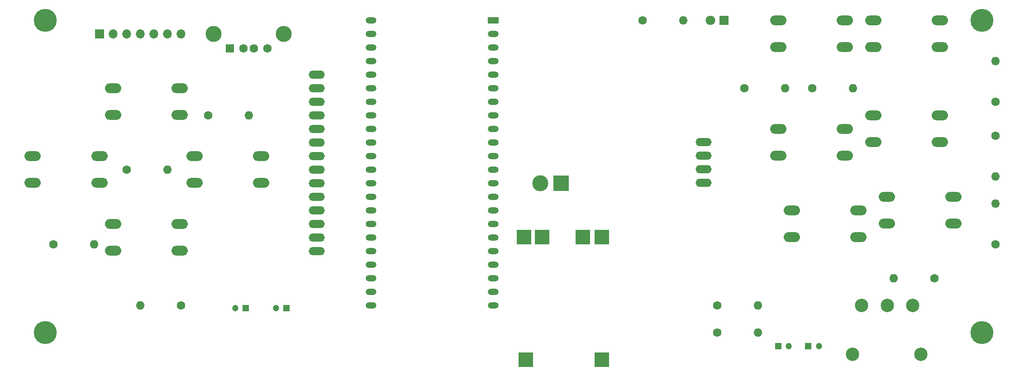
<source format=gbr>
%TF.GenerationSoftware,KiCad,Pcbnew,7.0.5-0*%
%TF.CreationDate,2023-06-25T23:04:33+03:00*%
%TF.ProjectId,esp32_game,65737033-325f-4676-916d-652e6b696361,rev?*%
%TF.SameCoordinates,Original*%
%TF.FileFunction,Soldermask,Top*%
%TF.FilePolarity,Negative*%
%FSLAX46Y46*%
G04 Gerber Fmt 4.6, Leading zero omitted, Abs format (unit mm)*
G04 Created by KiCad (PCBNEW 7.0.5-0) date 2023-06-25 23:04:33*
%MOMM*%
%LPD*%
G01*
G04 APERTURE LIST*
%ADD10O,3.048000X1.850000*%
%ADD11O,3.000000X1.500000*%
%ADD12C,2.500000*%
%ADD13C,4.300000*%
%ADD14C,1.600000*%
%ADD15O,1.600000X1.600000*%
%ADD16R,1.200000X1.200000*%
%ADD17C,1.200000*%
%ADD18C,1.800000*%
%ADD19R,1.800000X1.800000*%
%ADD20R,1.700000X1.700000*%
%ADD21O,1.700000X1.700000*%
%ADD22C,3.000000*%
%ADD23R,1.600000X1.500000*%
%ADD24R,2.800000X2.800000*%
%ADD25R,3.000000X3.000000*%
%ADD26R,2.000000X1.200000*%
%ADD27O,2.000000X1.200000*%
G04 APERTURE END LIST*
D10*
%TO.C,SW6*%
X185420000Y-30480000D03*
X197920000Y-30480000D03*
X185420000Y-35480000D03*
X197920000Y-35480000D03*
%TD*%
D11*
%TO.C,U2*%
X99060000Y-40640000D03*
X99060000Y-43180000D03*
X99060000Y-45720000D03*
X99060000Y-48260000D03*
X99060000Y-50800000D03*
X99060000Y-53340000D03*
X99060000Y-55880000D03*
X99060000Y-58420000D03*
X99060000Y-60960000D03*
X99060000Y-63500000D03*
X99060000Y-66040000D03*
X99060000Y-68580000D03*
X99060000Y-71120000D03*
X99060000Y-73660000D03*
X171510000Y-53315000D03*
X171510000Y-55855000D03*
X171510000Y-58395000D03*
X171510000Y-60935000D03*
%TD*%
D12*
%TO.C,SW11*%
X199370000Y-93030000D03*
X212110000Y-93000000D03*
X201060000Y-83820000D03*
X205840000Y-83820000D03*
X210570000Y-83820000D03*
%TD*%
D13*
%TO.C,H4*%
X223520000Y-30480000D03*
%TD*%
%TO.C,H3*%
X223520000Y-88900000D03*
%TD*%
%TO.C,H2*%
X48260000Y-88900000D03*
%TD*%
%TO.C,H1*%
X48260000Y-30480000D03*
%TD*%
D14*
%TO.C,R8*%
X160020000Y-30480000D03*
D15*
X167640000Y-30480000D03*
%TD*%
D14*
%TO.C,R12*%
X214630000Y-78740000D03*
D15*
X207010000Y-78740000D03*
%TD*%
D10*
%TO.C,SW1*%
X60960000Y-43180000D03*
X73460000Y-43180000D03*
X60960000Y-48180000D03*
X73460000Y-48180000D03*
%TD*%
%TO.C,SW9*%
X187960000Y-66040000D03*
X200460000Y-66040000D03*
X187960000Y-71040000D03*
X200460000Y-71040000D03*
%TD*%
D15*
%TO.C,R9*%
X181610000Y-83820000D03*
D14*
X173990000Y-83820000D03*
%TD*%
%TO.C,R4*%
X73660000Y-83820000D03*
D15*
X66040000Y-83820000D03*
%TD*%
D14*
%TO.C,R3*%
X63500000Y-58420000D03*
D15*
X71120000Y-58420000D03*
%TD*%
D10*
%TO.C,SW8*%
X203200000Y-48260000D03*
X215700000Y-48260000D03*
X203200000Y-53260000D03*
X215700000Y-53260000D03*
%TD*%
D14*
%TO.C,R7*%
X191770000Y-43180000D03*
D15*
X199390000Y-43180000D03*
%TD*%
D10*
%TO.C,SW2*%
X60960000Y-68580000D03*
X73460000Y-68580000D03*
X60960000Y-73580000D03*
X73460000Y-73580000D03*
%TD*%
D14*
%TO.C,R1*%
X226060000Y-45720000D03*
D15*
X226060000Y-38100000D03*
%TD*%
D14*
%TO.C,R11*%
X226060000Y-52070000D03*
D15*
X226060000Y-59690000D03*
%TD*%
D14*
%TO.C,R10*%
X173990000Y-88900000D03*
D15*
X181610000Y-88900000D03*
%TD*%
D16*
%TO.C,C2*%
X191040000Y-91440000D03*
D17*
X193040000Y-91440000D03*
%TD*%
D14*
%TO.C,R6*%
X179070000Y-43180000D03*
D15*
X186690000Y-43180000D03*
%TD*%
D10*
%TO.C,SW5*%
X203200000Y-30480000D03*
X215700000Y-30480000D03*
X203200000Y-35480000D03*
X215700000Y-35480000D03*
%TD*%
D14*
%TO.C,R2*%
X78740000Y-48260000D03*
D15*
X86360000Y-48260000D03*
%TD*%
D10*
%TO.C,SW4*%
X76200000Y-55880000D03*
X88700000Y-55880000D03*
X76200000Y-60880000D03*
X88700000Y-60880000D03*
%TD*%
D14*
%TO.C,R5*%
X49851000Y-72440000D03*
D15*
X57471000Y-72440000D03*
%TD*%
D16*
%TO.C,C4*%
X85820000Y-84360000D03*
D17*
X83820000Y-84360000D03*
%TD*%
D18*
%TO.C,D1*%
X172720000Y-30480000D03*
D19*
X175260000Y-30480000D03*
%TD*%
D16*
%TO.C,C1*%
X185420000Y-91440000D03*
D17*
X187420000Y-91440000D03*
%TD*%
D14*
%TO.C,R13*%
X226060000Y-72390000D03*
D15*
X226060000Y-64770000D03*
%TD*%
D10*
%TO.C,SW10*%
X205740000Y-63500000D03*
X218240000Y-63500000D03*
X205740000Y-68500000D03*
X218240000Y-68500000D03*
%TD*%
%TO.C,SW3*%
X45920000Y-55880000D03*
X58420000Y-55880000D03*
X45920000Y-60880000D03*
X58420000Y-60880000D03*
%TD*%
D17*
%TO.C,C3*%
X91440000Y-84360000D03*
D16*
X93440000Y-84360000D03*
%TD*%
D10*
%TO.C,SW7*%
X185420000Y-50800000D03*
X197920000Y-50800000D03*
X185420000Y-55800000D03*
X197920000Y-55800000D03*
%TD*%
D20*
%TO.C,J1*%
X58420000Y-33020000D03*
D21*
X60960000Y-33020000D03*
X63500000Y-33020000D03*
X66040000Y-33020000D03*
X68580000Y-33020000D03*
X71120000Y-33020000D03*
X73660000Y-33020000D03*
%TD*%
D22*
%TO.C,J2*%
X92930000Y-33020000D03*
X79790000Y-33020000D03*
D14*
X89860000Y-35730000D03*
X87360000Y-35730000D03*
X85360000Y-35730000D03*
D23*
X82860000Y-35730000D03*
%TD*%
D24*
%TO.C,tp1*%
X152400000Y-93980000D03*
X138200000Y-93980000D03*
X152400000Y-71080000D03*
X137900000Y-71080000D03*
X148900000Y-71080000D03*
X141300000Y-71080000D03*
%TD*%
D25*
%TO.C,J3*%
X144780000Y-60960000D03*
D22*
X140900000Y-60960000D03*
%TD*%
D26*
%TO.C,U1*%
X132080000Y-30480000D03*
D27*
X132080000Y-33020000D03*
X132080000Y-35560000D03*
X132080000Y-38100000D03*
X132080000Y-40640000D03*
X132080000Y-43180000D03*
X132080000Y-45720000D03*
X132080000Y-48260000D03*
X132080000Y-50800000D03*
X132080000Y-53340000D03*
X132080000Y-55880000D03*
X132080000Y-58420000D03*
X132080000Y-60960000D03*
X132080000Y-63500000D03*
X132080000Y-66040000D03*
X132080000Y-68580000D03*
X132080000Y-71120000D03*
X132080000Y-73660000D03*
X132080000Y-76200000D03*
X132083680Y-78737280D03*
X132083680Y-81277280D03*
X132083680Y-83817280D03*
X109220000Y-83820000D03*
X109220000Y-81280000D03*
X109220000Y-78740000D03*
X109220000Y-76200000D03*
X109220000Y-73660000D03*
X109220000Y-71120000D03*
X109220000Y-68580000D03*
X109220000Y-66040000D03*
X109220000Y-63500000D03*
X109220000Y-60960000D03*
X109220000Y-58420000D03*
X109220000Y-55880000D03*
X109220000Y-53340000D03*
X109220000Y-50800000D03*
X109220000Y-48260000D03*
X109220000Y-45720000D03*
X109220000Y-43180000D03*
X109220000Y-40640000D03*
X109220000Y-38100000D03*
X109220000Y-35560000D03*
X109220000Y-33020000D03*
X109220000Y-30480000D03*
%TD*%
M02*

</source>
